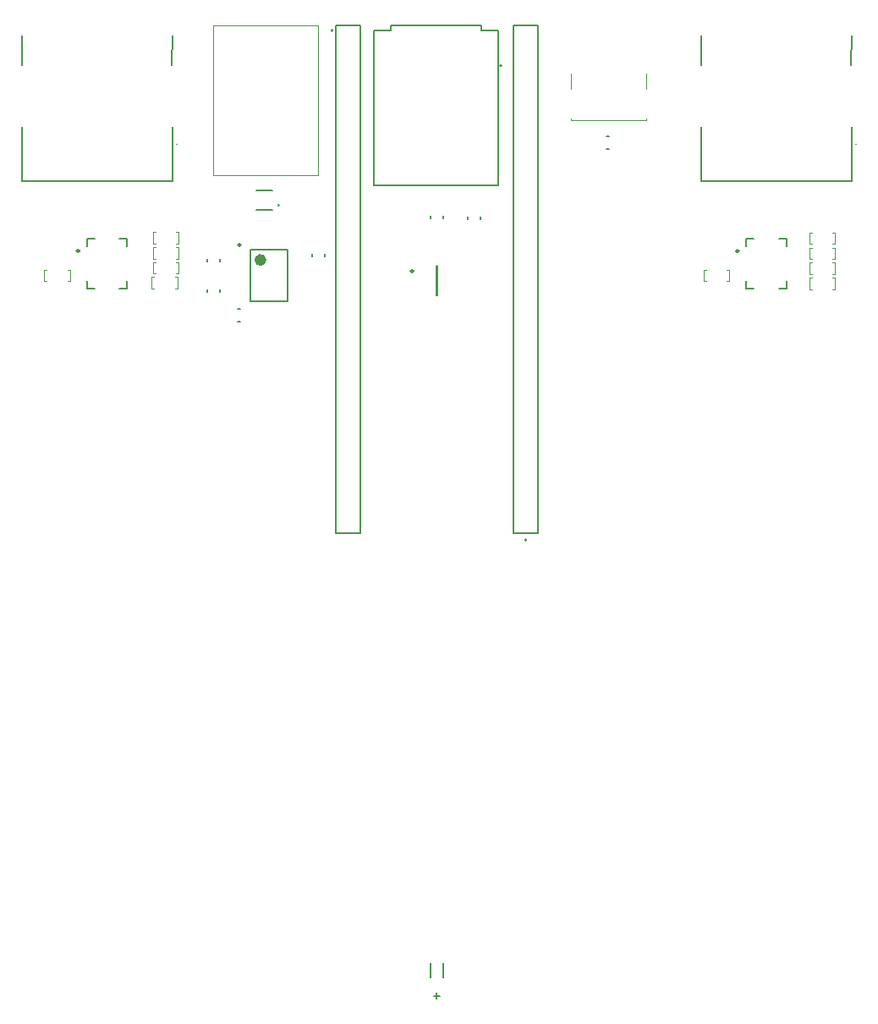
<source format=gbr>
%TF.GenerationSoftware,Altium Limited,Altium Designer,22.10.1 (41)*%
G04 Layer_Color=65535*
%FSLAX45Y45*%
%MOMM*%
%TF.SameCoordinates,CC01BCFA-2ECF-4BF2-A349-93AF2CE8EC74*%
%TF.FilePolarity,Positive*%
%TF.FileFunction,Legend,Top*%
%TF.Part,Single*%
G01*
G75*
%TA.AperFunction,NonConductor*%
%ADD47C,0.60000*%
%ADD48C,0.25000*%
%ADD49C,0.15240*%
%ADD50C,0.20000*%
%ADD51C,0.10000*%
%ADD52C,0.12700*%
%ADD53C,0.12000*%
D47*
X-1735000Y9605000D02*
G03*
X-1735000Y9605000I-30000J0D01*
G01*
D48*
X-1962500Y9755000D02*
G03*
X-1962500Y9755000I-12500J0D01*
G01*
X3021894Y9695000D02*
G03*
X3021894Y9695000I-12500J0D01*
G01*
X-3578106Y9695000D02*
G03*
X-3578106Y9695000I-12500J0D01*
G01*
X-235411Y9493000D02*
G03*
X-235411Y9493000I-12500J0D01*
G01*
D49*
X-1586316Y10142617D02*
G03*
X-1586316Y10157383I1886J7383D01*
G01*
X-2166500Y9587300D02*
Y9612700D01*
X-2293500Y9587300D02*
Y9612700D01*
X-2166500Y9287300D02*
Y9312700D01*
X-2293500Y9287300D02*
Y9312700D01*
X-1116500Y9637300D02*
Y9662700D01*
X-1243500Y9637300D02*
Y9662700D01*
X-1992700Y9113500D02*
X-1967300D01*
X-1992700Y8986500D02*
X-1967300D01*
X-1802470Y10102210D02*
X-1647530D01*
X-1802470Y10297790D02*
X-1647530D01*
X1702300Y10719000D02*
X1727700D01*
X1702300Y10846000D02*
X1727700D01*
X438500Y10014629D02*
Y10040029D01*
X311500Y10014629D02*
Y10040029D01*
X-63500Y10020300D02*
Y10045700D01*
X63500Y10020300D02*
Y10045700D01*
D50*
X652000Y11550000D02*
G03*
X652000Y11550000I-10000J0D01*
G01*
X-1040000Y11900000D02*
G03*
X-1040000Y11900000I-10000J0D01*
G01*
X899000Y6803000D02*
G03*
X899000Y6803000I-10000J0D01*
G01*
X-1865000Y9195000D02*
X-1495000D01*
X-1865000Y9705000D02*
X-1495000D01*
Y9195000D02*
Y9705000D01*
X-1865000Y9195000D02*
Y9705000D01*
X-2650000Y11550000D02*
X-2648000Y11850000D01*
X-4152000D02*
X-4150000Y11550000D01*
X-2648000Y10391100D02*
Y10938600D01*
X-4152000Y10391100D02*
X-2648000D01*
X-4152000D02*
Y10938600D01*
X4150000Y11550000D02*
X4152000Y11850000D01*
X2648000D02*
X2650000Y11550000D01*
X4152000Y10391100D02*
Y10938600D01*
X2648000Y10391100D02*
X4152000D01*
X2648000D02*
Y10938600D01*
X3425000Y9320000D02*
X3500000D01*
Y9395000D01*
X3425000Y9820000D02*
X3500000D01*
Y9745000D02*
Y9820000D01*
X3100000Y9320000D02*
X3175000D01*
X3100000D02*
Y9395000D01*
Y9820000D02*
X3175000D01*
X3100000Y9745000D02*
Y9820000D01*
X-3175000Y9320000D02*
X-3100000D01*
Y9395000D01*
X-3175000Y9820000D02*
X-3100000D01*
Y9745000D02*
Y9820000D01*
X-3500000Y9320000D02*
X-3425000D01*
X-3500000D02*
Y9395000D01*
Y9820000D02*
X-3425000D01*
X-3500000Y9745000D02*
Y9820000D01*
X-5301Y9548000D02*
X5301D01*
X-5301Y9248000D02*
Y9548000D01*
Y9248000D02*
X5301D01*
Y9548000D01*
X-65000Y2430000D02*
Y2570000D01*
X65000Y2430000D02*
Y2570000D01*
X-1009650Y11950000D02*
X-768350D01*
X-1009650Y6868000D02*
X-768350D01*
Y11950000D01*
X-1009650Y6868000D02*
Y11950000D01*
X768350Y6868000D02*
X1009650D01*
X768350Y11950000D02*
X1009650D01*
X768350Y6868000D02*
Y11950000D01*
X1009650Y6868000D02*
Y11950000D01*
D51*
X-2595500Y10761100D02*
G03*
X-2605500Y10761100I-5000J0D01*
G01*
D02*
G03*
X-2595500Y10761100I5000J0D01*
G01*
X4204500Y10761100D02*
G03*
X4194500Y10761100I-5000J0D01*
G01*
D02*
G03*
X4204500Y10761100I5000J0D01*
G01*
X1343500Y11319999D02*
Y11469999D01*
X2093500Y11319999D02*
Y11469999D01*
X1343500Y10999999D02*
Y11019999D01*
Y10999999D02*
X2093500D01*
Y11019999D01*
X-2239500Y10455001D02*
X-1189500D01*
X-2239500D02*
Y11950000D01*
X-1189500D01*
Y10455001D02*
Y11950000D01*
D52*
X-632500Y10350000D02*
Y11900000D01*
X-458000D01*
Y11950000D01*
X442000D01*
Y11900000D02*
Y11950000D01*
Y11900000D02*
X615000D01*
Y10350000D02*
Y11900000D01*
X-632500Y10350000D02*
X615000D01*
X-564Y2270000D02*
Y2210752D01*
X29059Y2240376D02*
X-30188D01*
D53*
X-3697500Y9507500D02*
X-3672500D01*
Y9392500D02*
Y9507500D01*
X-3697500Y9392500D02*
X-3672500D01*
X-3927500D02*
X-3902500D01*
X-3927500D02*
Y9467500D01*
Y9507500D01*
X-3902500D01*
X2902500D02*
X2927500D01*
Y9392500D02*
Y9507500D01*
X2902500Y9392500D02*
X2927500D01*
X2672500D02*
X2697500D01*
X2672500D02*
Y9467500D01*
Y9507500D01*
X2697500D01*
X3732500Y9462500D02*
X3757500D01*
X3732500D02*
Y9577500D01*
X3757500D01*
X3962500D02*
X3987500D01*
Y9502500D02*
Y9577500D01*
Y9462500D02*
Y9502500D01*
X3962500Y9462500D02*
X3987500D01*
X3962500Y9312500D02*
X3987500D01*
Y9352500D01*
Y9427500D01*
X3962500D02*
X3987500D01*
X3732500D02*
X3757500D01*
X3732500Y9312500D02*
Y9427500D01*
Y9312500D02*
X3757500D01*
X3962500Y9762500D02*
X3987500D01*
Y9802500D01*
Y9877500D01*
X3962500D02*
X3987500D01*
X3732500D02*
X3757500D01*
X3732500Y9762500D02*
Y9877500D01*
Y9762500D02*
X3757500D01*
X3732500Y9612500D02*
X3757500D01*
X3732500D02*
Y9727500D01*
X3757500D01*
X3962500D02*
X3987500D01*
Y9652500D02*
Y9727500D01*
Y9612500D02*
Y9652500D01*
X3962500Y9612500D02*
X3987500D01*
X-2842500Y9617500D02*
X-2817500D01*
X-2842500D02*
Y9732500D01*
X-2817500D01*
X-2612500D02*
X-2587500D01*
Y9657500D02*
Y9732500D01*
Y9617500D02*
Y9657500D01*
X-2612500Y9617500D02*
X-2587500D01*
X-2612500Y9767500D02*
X-2587500D01*
Y9807500D01*
Y9882500D01*
X-2612500D02*
X-2587500D01*
X-2842500D02*
X-2817500D01*
X-2842500Y9767500D02*
Y9882500D01*
Y9767500D02*
X-2817500D01*
X-2842500Y9467500D02*
X-2817500D01*
X-2842500D02*
Y9582500D01*
X-2817500D01*
X-2612500D02*
X-2587500D01*
Y9507500D02*
Y9582500D01*
Y9467500D02*
Y9507500D01*
X-2612500Y9467500D02*
X-2587500D01*
X-2622500Y9317500D02*
X-2597500D01*
Y9357500D01*
Y9432500D01*
X-2622500D02*
X-2597500D01*
X-2852500D02*
X-2827500D01*
X-2852500Y9317500D02*
Y9432500D01*
Y9317500D02*
X-2827500D01*
%TF.MD5,01bd93843e74eedf4859e2d175f60155*%
M02*

</source>
